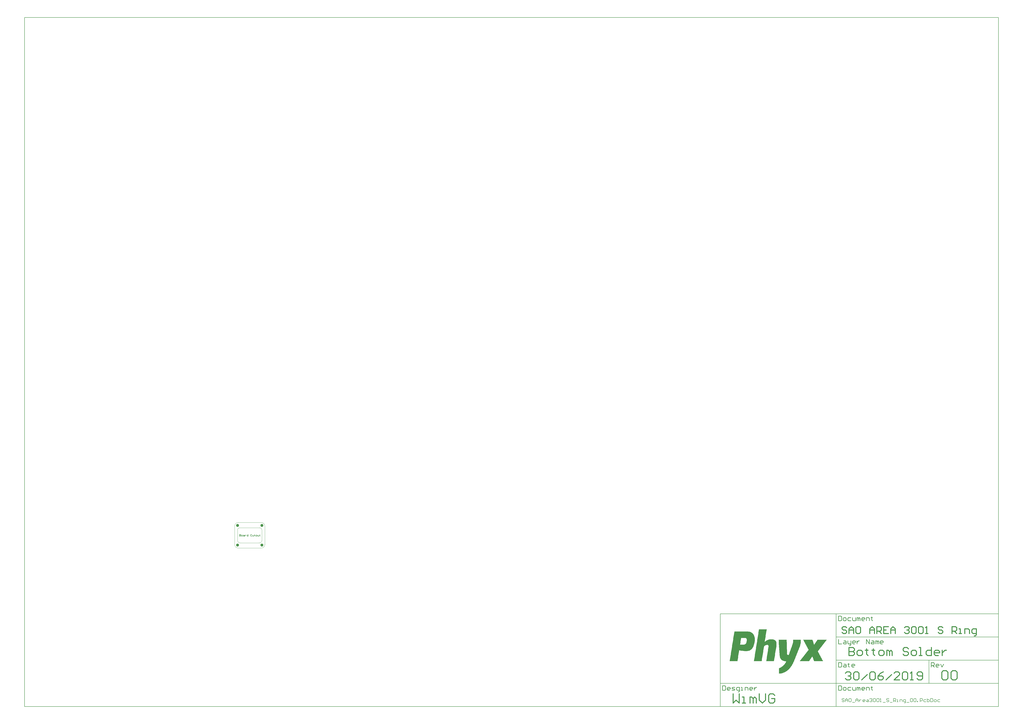
<source format=gbs>
G04*
G04 #@! TF.GenerationSoftware,Altium Limited,Altium Designer,18.1.11 (251)*
G04*
G04 Layer_Color=16711935*
%FSLAX25Y25*%
%MOIN*%
G70*
G01*
G75*
%ADD10C,0.01575*%
%ADD11C,0.00394*%
%ADD12C,0.00591*%
%ADD13C,0.00787*%
%ADD14C,0.00984*%
%ADD15C,0.05118*%
G36*
X872201Y-141778D02*
X873919D01*
Y-142065D01*
X874778D01*
Y-142351D01*
X875637D01*
Y-142637D01*
X876496D01*
Y-142924D01*
X877069D01*
Y-143210D01*
X877355D01*
Y-143496D01*
X877928D01*
Y-143783D01*
X878214D01*
Y-144069D01*
X878786D01*
Y-144355D01*
X879073D01*
Y-144641D01*
X879359D01*
Y-144928D01*
X879646D01*
Y-145214D01*
X879932D01*
Y-145501D01*
X880218D01*
Y-145787D01*
X880504D01*
Y-146073D01*
Y-146359D01*
X880791D01*
Y-146646D01*
X881077D01*
Y-146932D01*
Y-147218D01*
X881363D01*
Y-147505D01*
X881650D01*
Y-147791D01*
Y-148077D01*
X881936D01*
Y-148364D01*
Y-148650D01*
Y-148936D01*
X882222D01*
Y-149223D01*
Y-149509D01*
Y-149795D01*
X882509D01*
Y-150082D01*
Y-150368D01*
Y-150654D01*
Y-150940D01*
X882795D01*
Y-151227D01*
Y-151513D01*
Y-151799D01*
Y-152086D01*
Y-152372D01*
X883081D01*
Y-152658D01*
Y-152945D01*
Y-153231D01*
Y-153517D01*
Y-153804D01*
Y-154090D01*
Y-154376D01*
Y-154663D01*
Y-154949D01*
Y-155235D01*
Y-155521D01*
Y-155808D01*
Y-156094D01*
Y-156380D01*
Y-156667D01*
Y-156953D01*
Y-157239D01*
Y-157526D01*
Y-157812D01*
Y-158098D01*
X882795D01*
Y-158385D01*
Y-158671D01*
Y-158957D01*
Y-159244D01*
Y-159530D01*
Y-159816D01*
Y-160102D01*
X882509D01*
Y-160389D01*
Y-160675D01*
Y-160961D01*
Y-161248D01*
Y-161534D01*
X882222D01*
Y-161820D01*
Y-162107D01*
Y-162393D01*
Y-162679D01*
Y-162966D01*
X881936D01*
Y-163252D01*
Y-163538D01*
Y-163824D01*
X881650D01*
Y-164111D01*
Y-164397D01*
Y-164683D01*
Y-164970D01*
X881363D01*
Y-165256D01*
Y-165542D01*
Y-165829D01*
X881077D01*
Y-166115D01*
Y-166401D01*
X880791D01*
Y-166688D01*
Y-166974D01*
Y-167260D01*
X880504D01*
Y-167547D01*
Y-167833D01*
X880218D01*
Y-168119D01*
Y-168405D01*
X879932D01*
Y-168692D01*
Y-168978D01*
X879646D01*
Y-169264D01*
X879359D01*
Y-169551D01*
Y-169837D01*
X879073D01*
Y-170123D01*
X878786D01*
Y-170410D01*
X878500D01*
Y-170696D01*
Y-170982D01*
X878214D01*
Y-171269D01*
X877928D01*
Y-171555D01*
X877641D01*
Y-171841D01*
X877355D01*
Y-172127D01*
X877069D01*
Y-172414D01*
X876496D01*
Y-172700D01*
X876210D01*
Y-172986D01*
X875637D01*
Y-173273D01*
X875351D01*
Y-173559D01*
X874778D01*
Y-173845D01*
X873919D01*
Y-174132D01*
X873060D01*
Y-174418D01*
X872201D01*
Y-174704D01*
X870483D01*
Y-174991D01*
X865330D01*
Y-174704D01*
X862753D01*
Y-174418D01*
X860749D01*
Y-174132D01*
X859317D01*
Y-173845D01*
X857886D01*
Y-173559D01*
X856454D01*
Y-173845D01*
Y-174132D01*
Y-174418D01*
Y-174704D01*
Y-174991D01*
Y-175277D01*
Y-175563D01*
X856168D01*
Y-175850D01*
Y-176136D01*
Y-176422D01*
Y-176709D01*
Y-176995D01*
Y-177281D01*
X855882D01*
Y-177568D01*
Y-177854D01*
Y-178140D01*
Y-178426D01*
Y-178713D01*
Y-178999D01*
X855595D01*
Y-179285D01*
Y-179572D01*
Y-179858D01*
Y-180144D01*
Y-180431D01*
Y-180717D01*
Y-181003D01*
X855309D01*
Y-181290D01*
Y-181576D01*
Y-181862D01*
Y-182149D01*
Y-182435D01*
Y-182721D01*
X855023D01*
Y-183007D01*
Y-183294D01*
Y-183580D01*
Y-183866D01*
Y-184153D01*
Y-184439D01*
X854736D01*
Y-184725D01*
Y-185012D01*
Y-185298D01*
Y-185584D01*
Y-185871D01*
Y-186157D01*
Y-186443D01*
X854450D01*
Y-186730D01*
Y-187016D01*
Y-187302D01*
Y-187588D01*
Y-187875D01*
Y-188161D01*
X854164D01*
Y-188447D01*
Y-188734D01*
Y-189020D01*
Y-189306D01*
Y-189593D01*
Y-189879D01*
X853877D01*
Y-190165D01*
Y-190452D01*
Y-190738D01*
Y-191024D01*
Y-191311D01*
Y-191597D01*
Y-191883D01*
X840421D01*
Y-191597D01*
X840707D01*
Y-191311D01*
Y-191024D01*
Y-190738D01*
Y-190452D01*
Y-190165D01*
X840993D01*
Y-189879D01*
Y-189593D01*
Y-189306D01*
Y-189020D01*
Y-188734D01*
Y-188447D01*
Y-188161D01*
X841280D01*
Y-187875D01*
Y-187588D01*
Y-187302D01*
Y-187016D01*
Y-186730D01*
Y-186443D01*
X841566D01*
Y-186157D01*
Y-185871D01*
Y-185584D01*
Y-185298D01*
Y-185012D01*
Y-184725D01*
X841852D01*
Y-184439D01*
Y-184153D01*
Y-183866D01*
Y-183580D01*
Y-183294D01*
Y-183007D01*
Y-182721D01*
X842138D01*
Y-182435D01*
Y-182149D01*
Y-181862D01*
Y-181576D01*
Y-181290D01*
Y-181003D01*
X842425D01*
Y-180717D01*
Y-180431D01*
Y-180144D01*
Y-179858D01*
Y-179572D01*
Y-179285D01*
X842711D01*
Y-178999D01*
Y-178713D01*
Y-178426D01*
Y-178140D01*
Y-177854D01*
Y-177568D01*
X842997D01*
Y-177281D01*
Y-176995D01*
Y-176709D01*
Y-176422D01*
Y-176136D01*
Y-175850D01*
Y-175563D01*
X843284D01*
Y-175277D01*
Y-174991D01*
Y-174704D01*
Y-174418D01*
Y-174132D01*
Y-173845D01*
X843570D01*
Y-173559D01*
Y-173273D01*
Y-172986D01*
Y-172700D01*
Y-172414D01*
Y-172127D01*
X843856D01*
Y-171841D01*
Y-171555D01*
Y-171269D01*
Y-170982D01*
Y-170696D01*
Y-170410D01*
X844143D01*
Y-170123D01*
Y-169837D01*
Y-169551D01*
Y-169264D01*
Y-168978D01*
Y-168692D01*
Y-168405D01*
X844429D01*
Y-168119D01*
Y-167833D01*
Y-167547D01*
Y-167260D01*
Y-166974D01*
Y-166688D01*
X844715D01*
Y-166401D01*
Y-166115D01*
Y-165829D01*
Y-165542D01*
Y-165256D01*
Y-164970D01*
X845002D01*
Y-164683D01*
Y-164397D01*
Y-164111D01*
Y-163824D01*
Y-163538D01*
Y-163252D01*
Y-162966D01*
X845288D01*
Y-162679D01*
Y-162393D01*
Y-162107D01*
Y-161820D01*
Y-161534D01*
Y-161248D01*
X845574D01*
Y-160961D01*
Y-160675D01*
Y-160389D01*
Y-160102D01*
Y-159816D01*
Y-159530D01*
X845861D01*
Y-159244D01*
Y-158957D01*
Y-158671D01*
Y-158385D01*
Y-158098D01*
Y-157812D01*
X846147D01*
Y-157526D01*
Y-157239D01*
Y-156953D01*
Y-156667D01*
Y-156380D01*
Y-156094D01*
Y-155808D01*
X846433D01*
Y-155521D01*
Y-155235D01*
Y-154949D01*
Y-154663D01*
Y-154376D01*
Y-154090D01*
X846719D01*
Y-153804D01*
Y-153517D01*
Y-153231D01*
Y-152945D01*
Y-152658D01*
Y-152372D01*
X847006D01*
Y-152086D01*
Y-151799D01*
Y-151513D01*
Y-151227D01*
Y-150940D01*
Y-150654D01*
Y-150368D01*
X847292D01*
Y-150082D01*
Y-149795D01*
Y-149509D01*
Y-149223D01*
Y-148936D01*
Y-148650D01*
X847578D01*
Y-148364D01*
Y-148077D01*
Y-147791D01*
Y-147505D01*
Y-147218D01*
Y-146932D01*
X847865D01*
Y-146646D01*
Y-146359D01*
Y-146073D01*
Y-145787D01*
Y-145501D01*
Y-145214D01*
Y-144928D01*
X848151D01*
Y-144641D01*
Y-144355D01*
Y-144069D01*
Y-143783D01*
Y-143496D01*
Y-143210D01*
X848437D01*
Y-142924D01*
Y-142637D01*
Y-142351D01*
Y-142065D01*
Y-141778D01*
Y-141492D01*
X872201D01*
Y-141778D01*
D02*
G37*
G36*
X903409Y-138343D02*
Y-138629D01*
X903123D01*
Y-138915D01*
Y-139202D01*
Y-139488D01*
Y-139774D01*
Y-140060D01*
Y-140347D01*
X902837D01*
Y-140633D01*
Y-140919D01*
Y-141206D01*
Y-141492D01*
Y-141778D01*
Y-142065D01*
X902551D01*
Y-142351D01*
Y-142637D01*
Y-142924D01*
Y-143210D01*
Y-143496D01*
Y-143783D01*
Y-144069D01*
X902264D01*
Y-144355D01*
Y-144641D01*
Y-144928D01*
Y-145214D01*
Y-145501D01*
Y-145787D01*
X901978D01*
Y-146073D01*
Y-146359D01*
Y-146646D01*
Y-146932D01*
Y-147218D01*
Y-147505D01*
X901692D01*
Y-147791D01*
Y-148077D01*
Y-148364D01*
Y-148650D01*
Y-148936D01*
Y-149223D01*
Y-149509D01*
X901405D01*
Y-149795D01*
Y-150082D01*
Y-150368D01*
Y-150654D01*
Y-150940D01*
Y-151227D01*
X901119D01*
Y-151513D01*
Y-151799D01*
Y-152086D01*
Y-152372D01*
Y-152658D01*
Y-152945D01*
X900833D01*
Y-153231D01*
Y-153517D01*
Y-153804D01*
Y-154090D01*
Y-154376D01*
Y-154663D01*
X900546D01*
Y-154949D01*
Y-155235D01*
Y-155521D01*
Y-155808D01*
Y-156094D01*
Y-156380D01*
Y-156667D01*
X900260D01*
Y-156953D01*
Y-157239D01*
Y-157526D01*
Y-157812D01*
Y-158098D01*
Y-158385D01*
X899974D01*
Y-158671D01*
Y-158957D01*
X900546D01*
Y-158671D01*
X900833D01*
Y-158385D01*
X901119D01*
Y-158098D01*
X901692D01*
Y-157812D01*
X901978D01*
Y-157526D01*
X902264D01*
Y-157239D01*
X902837D01*
Y-156953D01*
X903409D01*
Y-156667D01*
X903696D01*
Y-156380D01*
X904268D01*
Y-156094D01*
X905127D01*
Y-155808D01*
X905700D01*
Y-155521D01*
X906559D01*
Y-155235D01*
X907990D01*
Y-154949D01*
X914289D01*
Y-155235D01*
X915435D01*
Y-155521D01*
X916294D01*
Y-155808D01*
X916866D01*
Y-156094D01*
X917153D01*
Y-156380D01*
X917725D01*
Y-156667D01*
X918011D01*
Y-156953D01*
X918298D01*
Y-157239D01*
X918584D01*
Y-157526D01*
X918870D01*
Y-157812D01*
Y-158098D01*
X919157D01*
Y-158385D01*
Y-158671D01*
X919443D01*
Y-158957D01*
Y-159244D01*
Y-159530D01*
X919729D01*
Y-159816D01*
Y-160102D01*
Y-160389D01*
Y-160675D01*
X920016D01*
Y-160961D01*
Y-161248D01*
Y-161534D01*
Y-161820D01*
Y-162107D01*
Y-162393D01*
Y-162679D01*
Y-162966D01*
Y-163252D01*
Y-163538D01*
Y-163824D01*
Y-164111D01*
Y-164397D01*
Y-164683D01*
Y-164970D01*
Y-165256D01*
Y-165542D01*
Y-165829D01*
X919729D01*
Y-166115D01*
Y-166401D01*
Y-166688D01*
Y-166974D01*
Y-167260D01*
Y-167547D01*
Y-167833D01*
X919443D01*
Y-168119D01*
Y-168405D01*
Y-168692D01*
Y-168978D01*
Y-169264D01*
Y-169551D01*
Y-169837D01*
X919157D01*
Y-170123D01*
Y-170410D01*
Y-170696D01*
Y-170982D01*
Y-171269D01*
Y-171555D01*
X918870D01*
Y-171841D01*
Y-172127D01*
Y-172414D01*
Y-172700D01*
Y-172986D01*
Y-173273D01*
X918584D01*
Y-173559D01*
Y-173845D01*
Y-174132D01*
Y-174418D01*
Y-174704D01*
Y-174991D01*
X918298D01*
Y-175277D01*
Y-175563D01*
Y-175850D01*
Y-176136D01*
Y-176422D01*
Y-176709D01*
Y-176995D01*
X918011D01*
Y-177281D01*
Y-177568D01*
Y-177854D01*
Y-178140D01*
Y-178426D01*
Y-178713D01*
X917725D01*
Y-178999D01*
Y-179285D01*
Y-179572D01*
Y-179858D01*
Y-180144D01*
Y-180431D01*
X917439D01*
Y-180717D01*
Y-181003D01*
Y-181290D01*
Y-181576D01*
Y-181862D01*
Y-182149D01*
Y-182435D01*
X917153D01*
Y-182721D01*
Y-183007D01*
Y-183294D01*
Y-183580D01*
Y-183866D01*
Y-184153D01*
X916866D01*
Y-184439D01*
Y-184725D01*
Y-185012D01*
Y-185298D01*
Y-185584D01*
Y-185871D01*
X916580D01*
Y-186157D01*
Y-186443D01*
Y-186730D01*
Y-187016D01*
Y-187302D01*
Y-187588D01*
X916294D01*
Y-187875D01*
Y-188161D01*
Y-188447D01*
Y-188734D01*
Y-189020D01*
Y-189306D01*
Y-189593D01*
X916007D01*
Y-189879D01*
Y-190165D01*
Y-190452D01*
Y-190738D01*
Y-191024D01*
Y-191311D01*
X915721D01*
Y-191597D01*
Y-191883D01*
X902551D01*
Y-191597D01*
Y-191311D01*
X902837D01*
Y-191024D01*
Y-190738D01*
Y-190452D01*
Y-190165D01*
Y-189879D01*
Y-189593D01*
X903123D01*
Y-189306D01*
Y-189020D01*
Y-188734D01*
Y-188447D01*
Y-188161D01*
Y-187875D01*
Y-187588D01*
X903409D01*
Y-187302D01*
Y-187016D01*
Y-186730D01*
Y-186443D01*
Y-186157D01*
Y-185871D01*
X903696D01*
Y-185584D01*
Y-185298D01*
Y-185012D01*
Y-184725D01*
Y-184439D01*
Y-184153D01*
X903982D01*
Y-183866D01*
Y-183580D01*
Y-183294D01*
Y-183007D01*
Y-182721D01*
Y-182435D01*
Y-182149D01*
X904268D01*
Y-181862D01*
Y-181576D01*
Y-181290D01*
Y-181003D01*
Y-180717D01*
Y-180431D01*
X904555D01*
Y-180144D01*
Y-179858D01*
Y-179572D01*
Y-179285D01*
Y-178999D01*
Y-178713D01*
Y-178426D01*
X904841D01*
Y-178140D01*
Y-177854D01*
Y-177568D01*
Y-177281D01*
Y-176995D01*
Y-176709D01*
X905127D01*
Y-176422D01*
Y-176136D01*
Y-175850D01*
Y-175563D01*
Y-175277D01*
Y-174991D01*
X905414D01*
Y-174704D01*
Y-174418D01*
Y-174132D01*
Y-173845D01*
Y-173559D01*
Y-173273D01*
X905700D01*
Y-172986D01*
Y-172700D01*
Y-172414D01*
Y-172127D01*
Y-171841D01*
Y-171555D01*
Y-171269D01*
X905986D01*
Y-170982D01*
Y-170696D01*
Y-170410D01*
Y-170123D01*
Y-169837D01*
Y-169551D01*
X906273D01*
Y-169264D01*
Y-168978D01*
Y-168692D01*
Y-168405D01*
Y-168119D01*
Y-167833D01*
Y-167547D01*
X906559D01*
Y-167260D01*
Y-166974D01*
Y-166688D01*
Y-166401D01*
Y-166115D01*
Y-165829D01*
X906273D01*
Y-165542D01*
Y-165256D01*
X905986D01*
Y-164970D01*
X905700D01*
Y-164683D01*
X905127D01*
Y-164397D01*
X903409D01*
Y-164683D01*
X901978D01*
Y-164970D01*
X901119D01*
Y-165256D01*
X900546D01*
Y-165542D01*
X900260D01*
Y-165829D01*
X899687D01*
Y-166115D01*
X899401D01*
Y-166401D01*
X899115D01*
Y-166688D01*
Y-166974D01*
X898828D01*
Y-167260D01*
Y-167547D01*
Y-167833D01*
X898542D01*
Y-168119D01*
Y-168405D01*
Y-168692D01*
Y-168978D01*
Y-169264D01*
Y-169551D01*
X898256D01*
Y-169837D01*
Y-170123D01*
Y-170410D01*
Y-170696D01*
Y-170982D01*
Y-171269D01*
Y-171555D01*
X897970D01*
Y-171841D01*
Y-172127D01*
Y-172414D01*
Y-172700D01*
Y-172986D01*
Y-173273D01*
X897683D01*
Y-173559D01*
Y-173845D01*
Y-174132D01*
Y-174418D01*
Y-174704D01*
Y-174991D01*
X897397D01*
Y-175277D01*
Y-175563D01*
Y-175850D01*
Y-176136D01*
Y-176422D01*
Y-176709D01*
X897111D01*
Y-176995D01*
Y-177281D01*
Y-177568D01*
Y-177854D01*
Y-178140D01*
Y-178426D01*
Y-178713D01*
X896824D01*
Y-178999D01*
Y-179285D01*
Y-179572D01*
Y-179858D01*
Y-180144D01*
Y-180431D01*
X896538D01*
Y-180717D01*
Y-181003D01*
Y-181290D01*
Y-181576D01*
Y-181862D01*
Y-182149D01*
X896252D01*
Y-182435D01*
Y-182721D01*
Y-183007D01*
Y-183294D01*
Y-183580D01*
Y-183866D01*
Y-184153D01*
X895965D01*
Y-184439D01*
Y-184725D01*
Y-185012D01*
Y-185298D01*
Y-185584D01*
Y-185871D01*
X895679D01*
Y-186157D01*
Y-186443D01*
Y-186730D01*
Y-187016D01*
Y-187302D01*
Y-187588D01*
X895393D01*
Y-187875D01*
Y-188161D01*
Y-188447D01*
Y-188734D01*
Y-189020D01*
Y-189306D01*
X895106D01*
Y-189593D01*
Y-189879D01*
Y-190165D01*
Y-190452D01*
Y-190738D01*
Y-191024D01*
Y-191311D01*
X894820D01*
Y-191597D01*
Y-191883D01*
X881650D01*
Y-191597D01*
Y-191311D01*
X881936D01*
Y-191024D01*
Y-190738D01*
Y-190452D01*
Y-190165D01*
Y-189879D01*
Y-189593D01*
Y-189306D01*
X882222D01*
Y-189020D01*
Y-188734D01*
Y-188447D01*
Y-188161D01*
Y-187875D01*
Y-187588D01*
X882509D01*
Y-187302D01*
Y-187016D01*
Y-186730D01*
Y-186443D01*
Y-186157D01*
Y-185871D01*
X882795D01*
Y-185584D01*
Y-185298D01*
Y-185012D01*
Y-184725D01*
Y-184439D01*
Y-184153D01*
Y-183866D01*
X883081D01*
Y-183580D01*
Y-183294D01*
Y-183007D01*
Y-182721D01*
Y-182435D01*
Y-182149D01*
X883368D01*
Y-181862D01*
Y-181576D01*
Y-181290D01*
Y-181003D01*
Y-180717D01*
Y-180431D01*
X883654D01*
Y-180144D01*
Y-179858D01*
Y-179572D01*
Y-179285D01*
Y-178999D01*
Y-178713D01*
X883940D01*
Y-178426D01*
Y-178140D01*
Y-177854D01*
Y-177568D01*
Y-177281D01*
Y-176995D01*
Y-176709D01*
X884227D01*
Y-176422D01*
Y-176136D01*
Y-175850D01*
Y-175563D01*
Y-175277D01*
Y-174991D01*
X884513D01*
Y-174704D01*
Y-174418D01*
Y-174132D01*
Y-173845D01*
Y-173559D01*
Y-173273D01*
X884799D01*
Y-172986D01*
Y-172700D01*
Y-172414D01*
Y-172127D01*
Y-171841D01*
Y-171555D01*
Y-171269D01*
X885085D01*
Y-170982D01*
Y-170696D01*
Y-170410D01*
Y-170123D01*
Y-169837D01*
Y-169551D01*
X885372D01*
Y-169264D01*
Y-168978D01*
Y-168692D01*
Y-168405D01*
Y-168119D01*
Y-167833D01*
X885658D01*
Y-167547D01*
Y-167260D01*
Y-166974D01*
Y-166688D01*
Y-166401D01*
Y-166115D01*
X885944D01*
Y-165829D01*
Y-165542D01*
Y-165256D01*
Y-164970D01*
Y-164683D01*
Y-164397D01*
Y-164111D01*
X886231D01*
Y-163824D01*
Y-163538D01*
Y-163252D01*
Y-162966D01*
Y-162679D01*
Y-162393D01*
X886517D01*
Y-162107D01*
Y-161820D01*
Y-161534D01*
Y-161248D01*
Y-160961D01*
Y-160675D01*
X886803D01*
Y-160389D01*
Y-160102D01*
Y-159816D01*
Y-159530D01*
Y-159244D01*
Y-158957D01*
X887090D01*
Y-158671D01*
Y-158385D01*
Y-158098D01*
Y-157812D01*
Y-157526D01*
Y-157239D01*
Y-156953D01*
X887376D01*
Y-156667D01*
Y-156380D01*
Y-156094D01*
Y-155808D01*
Y-155521D01*
Y-155235D01*
X887662D01*
Y-154949D01*
Y-154663D01*
Y-154376D01*
Y-154090D01*
Y-153804D01*
Y-153517D01*
X887949D01*
Y-153231D01*
Y-152945D01*
Y-152658D01*
Y-152372D01*
Y-152086D01*
Y-151799D01*
Y-151513D01*
X888235D01*
Y-151227D01*
Y-150940D01*
Y-150654D01*
Y-150368D01*
Y-150082D01*
Y-149795D01*
X888521D01*
Y-149509D01*
Y-149223D01*
Y-148936D01*
Y-148650D01*
Y-148364D01*
Y-148077D01*
X888807D01*
Y-147791D01*
Y-147505D01*
Y-147218D01*
Y-146932D01*
Y-146646D01*
Y-146359D01*
X889094D01*
Y-146073D01*
Y-145787D01*
Y-145501D01*
Y-145214D01*
Y-144928D01*
Y-144641D01*
Y-144355D01*
X889380D01*
Y-144069D01*
Y-143783D01*
Y-143496D01*
Y-143210D01*
Y-142924D01*
Y-142637D01*
X889666D01*
Y-142351D01*
Y-142065D01*
Y-141778D01*
Y-141492D01*
Y-141206D01*
Y-140919D01*
X889953D01*
Y-140633D01*
Y-140347D01*
Y-140060D01*
Y-139774D01*
Y-139488D01*
Y-139202D01*
Y-138915D01*
X890239D01*
Y-138629D01*
Y-138343D01*
Y-138056D01*
X903409D01*
Y-138343D01*
D02*
G37*
G36*
X1005337Y-155808D02*
X1005050D01*
Y-156094D01*
X1004764D01*
Y-156380D01*
Y-156667D01*
X1004478D01*
Y-156953D01*
X1004192D01*
Y-157239D01*
X1003905D01*
Y-157526D01*
Y-157812D01*
X1003619D01*
Y-158098D01*
X1003333D01*
Y-158385D01*
X1003046D01*
Y-158671D01*
X1002760D01*
Y-158957D01*
Y-159244D01*
X1002474D01*
Y-159530D01*
X1002187D01*
Y-159816D01*
X1001901D01*
Y-160102D01*
Y-160389D01*
X1001615D01*
Y-160675D01*
X1001328D01*
Y-160961D01*
X1001042D01*
Y-161248D01*
X1000756D01*
Y-161534D01*
Y-161820D01*
X1000469D01*
Y-162107D01*
X1000183D01*
Y-162393D01*
X999897D01*
Y-162679D01*
Y-162966D01*
X999611D01*
Y-163252D01*
X999324D01*
Y-163538D01*
X999038D01*
Y-163824D01*
Y-164111D01*
X998752D01*
Y-164397D01*
X998465D01*
Y-164683D01*
X998179D01*
Y-164970D01*
X997893D01*
Y-165256D01*
Y-165542D01*
X997606D01*
Y-165829D01*
X997320D01*
Y-166115D01*
X997034D01*
Y-166401D01*
Y-166688D01*
X996747D01*
Y-166974D01*
X996461D01*
Y-167260D01*
X996175D01*
Y-167547D01*
Y-167833D01*
X995889D01*
Y-168119D01*
X995602D01*
Y-168405D01*
X995316D01*
Y-168692D01*
X995030D01*
Y-168978D01*
Y-169264D01*
X994743D01*
Y-169551D01*
X994457D01*
Y-169837D01*
X994171D01*
Y-170123D01*
Y-170410D01*
X993884D01*
Y-170696D01*
X993598D01*
Y-170982D01*
X993312D01*
Y-171269D01*
Y-171555D01*
X993025D01*
Y-171841D01*
X992739D01*
Y-172127D01*
X992453D01*
Y-172414D01*
X992166D01*
Y-172700D01*
Y-172986D01*
X991880D01*
Y-173273D01*
X991594D01*
Y-173559D01*
X991308D01*
Y-173845D01*
Y-174132D01*
X991021D01*
Y-174418D01*
X990735D01*
Y-174704D01*
X990449D01*
Y-174991D01*
X990162D01*
Y-175277D01*
Y-175563D01*
X990449D01*
Y-175850D01*
Y-176136D01*
X990735D01*
Y-176422D01*
Y-176709D01*
X991021D01*
Y-176995D01*
X991308D01*
Y-177281D01*
Y-177568D01*
X991594D01*
Y-177854D01*
Y-178140D01*
X991880D01*
Y-178426D01*
Y-178713D01*
X992166D01*
Y-178999D01*
Y-179285D01*
X992453D01*
Y-179572D01*
Y-179858D01*
X992739D01*
Y-180144D01*
Y-180431D01*
X993025D01*
Y-180717D01*
Y-181003D01*
X993312D01*
Y-181290D01*
Y-181576D01*
X993598D01*
Y-181862D01*
X993884D01*
Y-182149D01*
Y-182435D01*
X994171D01*
Y-182721D01*
Y-183007D01*
X994457D01*
Y-183294D01*
Y-183580D01*
X994743D01*
Y-183866D01*
Y-184153D01*
X995030D01*
Y-184439D01*
Y-184725D01*
X995316D01*
Y-185012D01*
Y-185298D01*
X995602D01*
Y-185584D01*
Y-185871D01*
X995889D01*
Y-186157D01*
X996175D01*
Y-186443D01*
Y-186730D01*
X996461D01*
Y-187016D01*
Y-187302D01*
X996747D01*
Y-187588D01*
Y-187875D01*
X997034D01*
Y-188161D01*
Y-188447D01*
X997320D01*
Y-188734D01*
Y-189020D01*
X997606D01*
Y-189306D01*
Y-189593D01*
X997893D01*
Y-189879D01*
Y-190165D01*
X998179D01*
Y-190452D01*
X998465D01*
Y-190738D01*
Y-191024D01*
X998752D01*
Y-191311D01*
Y-191597D01*
X999038D01*
Y-191883D01*
X983863D01*
Y-191597D01*
X983577D01*
Y-191311D01*
Y-191024D01*
Y-190738D01*
X983291D01*
Y-190452D01*
Y-190165D01*
Y-189879D01*
X983004D01*
Y-189593D01*
Y-189306D01*
X982718D01*
Y-189020D01*
Y-188734D01*
Y-188447D01*
X982432D01*
Y-188161D01*
Y-187875D01*
Y-187588D01*
X982146D01*
Y-187302D01*
Y-187016D01*
X981859D01*
Y-186730D01*
Y-186443D01*
Y-186157D01*
X981573D01*
Y-185871D01*
Y-185584D01*
Y-185298D01*
X981287D01*
Y-185012D01*
Y-184725D01*
Y-184439D01*
X981000D01*
Y-184153D01*
X980428D01*
Y-184439D01*
Y-184725D01*
X980141D01*
Y-185012D01*
X979855D01*
Y-185298D01*
Y-185584D01*
X979569D01*
Y-185871D01*
X979282D01*
Y-186157D01*
Y-186443D01*
X978996D01*
Y-186730D01*
X978710D01*
Y-187016D01*
Y-187302D01*
X978423D01*
Y-187588D01*
X978137D01*
Y-187875D01*
X977851D01*
Y-188161D01*
Y-188447D01*
X977565D01*
Y-188734D01*
X977278D01*
Y-189020D01*
Y-189306D01*
X976992D01*
Y-189593D01*
X976705D01*
Y-189879D01*
Y-190165D01*
X976419D01*
Y-190452D01*
X976133D01*
Y-190738D01*
Y-191024D01*
X975847D01*
Y-191311D01*
X975560D01*
Y-191597D01*
Y-191883D01*
X959527D01*
Y-191597D01*
X959813D01*
Y-191311D01*
X960099D01*
Y-191024D01*
X960386D01*
Y-190738D01*
X960672D01*
Y-190452D01*
Y-190165D01*
X960958D01*
Y-189879D01*
X961245D01*
Y-189593D01*
X961531D01*
Y-189306D01*
X961817D01*
Y-189020D01*
Y-188734D01*
X962104D01*
Y-188447D01*
X962390D01*
Y-188161D01*
X962676D01*
Y-187875D01*
Y-187588D01*
X962963D01*
Y-187302D01*
X963249D01*
Y-187016D01*
X963535D01*
Y-186730D01*
X963822D01*
Y-186443D01*
Y-186157D01*
X964108D01*
Y-185871D01*
X964394D01*
Y-185584D01*
X964680D01*
Y-185298D01*
X964967D01*
Y-185012D01*
Y-184725D01*
X965253D01*
Y-184439D01*
X965539D01*
Y-184153D01*
X965826D01*
Y-183866D01*
Y-183580D01*
X966112D01*
Y-183294D01*
X966398D01*
Y-183007D01*
X966685D01*
Y-182721D01*
X966971D01*
Y-182435D01*
Y-182149D01*
X967257D01*
Y-181862D01*
X967544D01*
Y-181576D01*
X967830D01*
Y-181290D01*
Y-181003D01*
X968116D01*
Y-180717D01*
X968402D01*
Y-180431D01*
X968689D01*
Y-180144D01*
X968975D01*
Y-179858D01*
Y-179572D01*
X969261D01*
Y-179285D01*
X969548D01*
Y-178999D01*
X969834D01*
Y-178713D01*
Y-178426D01*
X970120D01*
Y-178140D01*
X970407D01*
Y-177854D01*
X970693D01*
Y-177568D01*
X970979D01*
Y-177281D01*
Y-176995D01*
X971266D01*
Y-176709D01*
X971552D01*
Y-176422D01*
X971838D01*
Y-176136D01*
X972124D01*
Y-175850D01*
Y-175563D01*
X972411D01*
Y-175277D01*
X972697D01*
Y-174991D01*
X972983D01*
Y-174704D01*
Y-174418D01*
X973270D01*
Y-174132D01*
X973556D01*
Y-173845D01*
X973842D01*
Y-173559D01*
X974129D01*
Y-173273D01*
Y-172986D01*
X974415D01*
Y-172700D01*
Y-172414D01*
Y-172127D01*
X974129D01*
Y-171841D01*
X973842D01*
Y-171555D01*
Y-171269D01*
X973556D01*
Y-170982D01*
Y-170696D01*
X973270D01*
Y-170410D01*
Y-170123D01*
X972983D01*
Y-169837D01*
Y-169551D01*
X972697D01*
Y-169264D01*
Y-168978D01*
X972411D01*
Y-168692D01*
Y-168405D01*
X972124D01*
Y-168119D01*
X971838D01*
Y-167833D01*
Y-167547D01*
X971552D01*
Y-167260D01*
Y-166974D01*
X971266D01*
Y-166688D01*
Y-166401D01*
X970979D01*
Y-166115D01*
Y-165829D01*
X970693D01*
Y-165542D01*
Y-165256D01*
X970407D01*
Y-164970D01*
Y-164683D01*
X970120D01*
Y-164397D01*
X969834D01*
Y-164111D01*
Y-163824D01*
X969548D01*
Y-163538D01*
Y-163252D01*
X969261D01*
Y-162966D01*
Y-162679D01*
X968975D01*
Y-162393D01*
Y-162107D01*
X968689D01*
Y-161820D01*
Y-161534D01*
X968402D01*
Y-161248D01*
Y-160961D01*
X968116D01*
Y-160675D01*
Y-160389D01*
X967830D01*
Y-160102D01*
X967544D01*
Y-159816D01*
Y-159530D01*
X967257D01*
Y-159244D01*
Y-158957D01*
X966971D01*
Y-158671D01*
Y-158385D01*
X966685D01*
Y-158098D01*
Y-157812D01*
X966398D01*
Y-157526D01*
Y-157239D01*
X966112D01*
Y-156953D01*
Y-156667D01*
X965826D01*
Y-156380D01*
X965539D01*
Y-156094D01*
Y-155808D01*
X965253D01*
Y-155521D01*
X981000D01*
Y-155808D01*
X981287D01*
Y-156094D01*
Y-156380D01*
Y-156667D01*
X981573D01*
Y-156953D01*
Y-157239D01*
Y-157526D01*
X981859D01*
Y-157812D01*
Y-158098D01*
Y-158385D01*
X982146D01*
Y-158671D01*
Y-158957D01*
Y-159244D01*
X982432D01*
Y-159530D01*
Y-159816D01*
Y-160102D01*
X982718D01*
Y-160389D01*
Y-160675D01*
Y-160961D01*
X983004D01*
Y-161248D01*
Y-161534D01*
Y-161820D01*
X983291D01*
Y-162107D01*
Y-162393D01*
Y-162679D01*
X983577D01*
Y-162966D01*
Y-163252D01*
Y-163538D01*
Y-163824D01*
X984150D01*
Y-163538D01*
X984436D01*
Y-163252D01*
X984722D01*
Y-162966D01*
Y-162679D01*
X985009D01*
Y-162393D01*
X985295D01*
Y-162107D01*
Y-161820D01*
X985581D01*
Y-161534D01*
X985868D01*
Y-161248D01*
Y-160961D01*
X986154D01*
Y-160675D01*
X986440D01*
Y-160389D01*
Y-160102D01*
X986726D01*
Y-159816D01*
X987013D01*
Y-159530D01*
Y-159244D01*
X987299D01*
Y-158957D01*
X987585D01*
Y-158671D01*
Y-158385D01*
X987872D01*
Y-158098D01*
X988158D01*
Y-157812D01*
Y-157526D01*
X988444D01*
Y-157239D01*
X988731D01*
Y-156953D01*
Y-156667D01*
X989017D01*
Y-156380D01*
X989303D01*
Y-156094D01*
Y-155808D01*
X989590D01*
Y-155521D01*
X1005337D01*
Y-155808D01*
D02*
G37*
G36*
X961245D02*
Y-156094D01*
Y-156380D01*
Y-156667D01*
Y-156953D01*
Y-157239D01*
Y-157526D01*
Y-157812D01*
Y-158098D01*
Y-158385D01*
Y-158671D01*
Y-158957D01*
Y-159244D01*
Y-159530D01*
Y-159816D01*
Y-160102D01*
Y-160389D01*
Y-160675D01*
Y-160961D01*
Y-161248D01*
Y-161534D01*
X960958D01*
Y-161820D01*
Y-162107D01*
Y-162393D01*
Y-162679D01*
Y-162966D01*
X960672D01*
Y-163252D01*
Y-163538D01*
Y-163824D01*
Y-164111D01*
X960386D01*
Y-164397D01*
Y-164683D01*
Y-164970D01*
Y-165256D01*
X960099D01*
Y-165542D01*
Y-165829D01*
Y-166115D01*
X959813D01*
Y-166401D01*
Y-166688D01*
Y-166974D01*
X959527D01*
Y-167260D01*
Y-167547D01*
Y-167833D01*
X959241D01*
Y-168119D01*
Y-168405D01*
Y-168692D01*
X958954D01*
Y-168978D01*
Y-169264D01*
X958668D01*
Y-169551D01*
Y-169837D01*
X958381D01*
Y-170123D01*
Y-170410D01*
Y-170696D01*
X958095D01*
Y-170982D01*
Y-171269D01*
X957809D01*
Y-171555D01*
Y-171841D01*
Y-172127D01*
X957523D01*
Y-172414D01*
Y-172700D01*
X957236D01*
Y-172986D01*
Y-173273D01*
Y-173559D01*
X956950D01*
Y-173845D01*
Y-174132D01*
X956664D01*
Y-174418D01*
Y-174704D01*
Y-174991D01*
X956377D01*
Y-175277D01*
Y-175563D01*
X956091D01*
Y-175850D01*
Y-176136D01*
Y-176422D01*
X955805D01*
Y-176709D01*
Y-176995D01*
X955518D01*
Y-177281D01*
Y-177568D01*
Y-177854D01*
X955232D01*
Y-178140D01*
Y-178426D01*
X954946D01*
Y-178713D01*
Y-178999D01*
Y-179285D01*
X954659D01*
Y-179572D01*
Y-179858D01*
X954373D01*
Y-180144D01*
Y-180431D01*
Y-180717D01*
X954087D01*
Y-181003D01*
Y-181290D01*
X953800D01*
Y-181576D01*
Y-181862D01*
Y-182149D01*
X953514D01*
Y-182435D01*
Y-182721D01*
X953228D01*
Y-183007D01*
Y-183294D01*
Y-183580D01*
X952942D01*
Y-183866D01*
Y-184153D01*
X952655D01*
Y-184439D01*
Y-184725D01*
Y-185012D01*
X952369D01*
Y-185298D01*
Y-185584D01*
X952083D01*
Y-185871D01*
Y-186157D01*
Y-186443D01*
X951796D01*
Y-186730D01*
Y-187016D01*
X951510D01*
Y-187302D01*
Y-187588D01*
Y-187875D01*
X951224D01*
Y-188161D01*
Y-188447D01*
X950937D01*
Y-188734D01*
Y-189020D01*
Y-189306D01*
X950651D01*
Y-189593D01*
Y-189879D01*
X950365D01*
Y-190165D01*
Y-190452D01*
Y-190738D01*
X950078D01*
Y-191024D01*
Y-191311D01*
X949792D01*
Y-191597D01*
Y-191883D01*
Y-192169D01*
X949506D01*
Y-192456D01*
Y-192742D01*
X949220D01*
Y-193028D01*
Y-193315D01*
X948933D01*
Y-193601D01*
Y-193887D01*
X948647D01*
Y-194174D01*
Y-194460D01*
Y-194746D01*
X948361D01*
Y-195033D01*
X948074D01*
Y-195319D01*
Y-195605D01*
Y-195891D01*
X947788D01*
Y-196178D01*
X947502D01*
Y-196464D01*
Y-196750D01*
X947215D01*
Y-197037D01*
Y-197323D01*
X946929D01*
Y-197609D01*
Y-197896D01*
X946643D01*
Y-198182D01*
Y-198468D01*
X946356D01*
Y-198755D01*
X946070D01*
Y-199041D01*
Y-199327D01*
X945784D01*
Y-199614D01*
Y-199900D01*
X945497D01*
Y-200186D01*
X945211D01*
Y-200472D01*
X944925D01*
Y-200759D01*
Y-201045D01*
X944639D01*
Y-201331D01*
X944352D01*
Y-201618D01*
Y-201904D01*
X944066D01*
Y-202190D01*
X943780D01*
Y-202477D01*
X943493D01*
Y-202763D01*
Y-203049D01*
X943207D01*
Y-203336D01*
X942921D01*
Y-203622D01*
X942634D01*
Y-203908D01*
X942348D01*
Y-204195D01*
X942062D01*
Y-204481D01*
Y-204767D01*
X941775D01*
Y-205053D01*
X941489D01*
Y-205340D01*
X941203D01*
Y-205626D01*
X940916D01*
Y-205912D01*
X940630D01*
Y-206199D01*
X940344D01*
Y-206485D01*
X940057D01*
Y-206771D01*
X939485D01*
Y-207058D01*
X939199D01*
Y-207344D01*
X938912D01*
Y-207630D01*
X938626D01*
Y-207917D01*
X938340D01*
Y-208203D01*
X937767D01*
Y-208489D01*
X937481D01*
Y-208776D01*
X936908D01*
Y-209062D01*
X936622D01*
Y-209348D01*
X936049D01*
Y-209634D01*
X935763D01*
Y-209921D01*
X935190D01*
Y-210207D01*
X934618D01*
Y-210493D01*
X934045D01*
Y-210780D01*
X933472D01*
Y-211066D01*
X932900D01*
Y-211352D01*
X932041D01*
Y-211639D01*
X931468D01*
Y-211925D01*
X930609D01*
Y-212211D01*
X929464D01*
Y-212498D01*
X928319D01*
Y-212784D01*
X926601D01*
Y-213070D01*
X924597D01*
Y-213357D01*
X924310D01*
Y-213070D01*
Y-212784D01*
Y-212498D01*
Y-212211D01*
Y-211925D01*
Y-211639D01*
Y-211352D01*
Y-211066D01*
Y-210780D01*
Y-210493D01*
Y-210207D01*
Y-209921D01*
Y-209634D01*
Y-209348D01*
Y-209062D01*
Y-208776D01*
Y-208489D01*
Y-208203D01*
Y-207917D01*
Y-207630D01*
Y-207344D01*
Y-207058D01*
Y-206771D01*
Y-206485D01*
Y-206199D01*
Y-205912D01*
Y-205626D01*
Y-205340D01*
Y-205053D01*
Y-204767D01*
Y-204481D01*
Y-204195D01*
Y-203908D01*
X924883D01*
Y-203622D01*
X925455D01*
Y-203336D01*
X926028D01*
Y-203049D01*
X926601D01*
Y-202763D01*
X927173D01*
Y-202477D01*
X927746D01*
Y-202190D01*
X928032D01*
Y-201904D01*
X928605D01*
Y-201618D01*
X928891D01*
Y-201331D01*
X929464D01*
Y-201045D01*
X929750D01*
Y-200759D01*
X930037D01*
Y-200472D01*
X930609D01*
Y-200186D01*
X930896D01*
Y-199900D01*
X931182D01*
Y-199614D01*
X931468D01*
Y-199327D01*
X931754D01*
Y-199041D01*
X932041D01*
Y-198755D01*
X932327D01*
Y-198468D01*
X932613D01*
Y-198182D01*
X932900D01*
Y-197896D01*
X933186D01*
Y-197609D01*
X933472D01*
Y-197323D01*
X933759D01*
Y-197037D01*
Y-196750D01*
X934045D01*
Y-196464D01*
X934331D01*
Y-196178D01*
X934618D01*
Y-195891D01*
Y-195605D01*
X934904D01*
Y-195319D01*
X935190D01*
Y-195033D01*
Y-194746D01*
X935476D01*
Y-194460D01*
Y-194174D01*
X935763D01*
Y-193887D01*
X936049D01*
Y-193601D01*
Y-193315D01*
X936335D01*
Y-193028D01*
Y-192742D01*
X936622D01*
Y-192456D01*
Y-192169D01*
X934904D01*
Y-191883D01*
X932900D01*
Y-191597D01*
X931754D01*
Y-191311D01*
X931182D01*
Y-191024D01*
X930323D01*
Y-190738D01*
X929750D01*
Y-190452D01*
X929464D01*
Y-190165D01*
X928891D01*
Y-189879D01*
X928605D01*
Y-189593D01*
X928319D01*
Y-189306D01*
X928032D01*
Y-189020D01*
X927746D01*
Y-188734D01*
X927460D01*
Y-188447D01*
Y-188161D01*
X927173D01*
Y-187875D01*
X926887D01*
Y-187588D01*
Y-187302D01*
X926601D01*
Y-187016D01*
Y-186730D01*
X926315D01*
Y-186443D01*
Y-186157D01*
X926028D01*
Y-185871D01*
Y-185584D01*
Y-185298D01*
X925742D01*
Y-185012D01*
Y-184725D01*
Y-184439D01*
Y-184153D01*
X925455D01*
Y-183866D01*
Y-183580D01*
Y-183294D01*
Y-183007D01*
Y-182721D01*
Y-182435D01*
Y-182149D01*
X925169D01*
Y-181862D01*
Y-181576D01*
Y-181290D01*
Y-181003D01*
Y-180717D01*
Y-180431D01*
Y-180144D01*
Y-179858D01*
Y-179572D01*
Y-179285D01*
Y-178999D01*
Y-178713D01*
Y-178426D01*
Y-178140D01*
Y-177854D01*
X924883D01*
Y-177568D01*
Y-177281D01*
Y-176995D01*
Y-176709D01*
Y-176422D01*
Y-176136D01*
Y-175850D01*
Y-175563D01*
Y-175277D01*
Y-174991D01*
Y-174704D01*
Y-174418D01*
Y-174132D01*
Y-173845D01*
Y-173559D01*
X924597D01*
Y-173273D01*
Y-172986D01*
Y-172700D01*
Y-172414D01*
Y-172127D01*
Y-171841D01*
Y-171555D01*
Y-171269D01*
Y-170982D01*
Y-170696D01*
Y-170410D01*
Y-170123D01*
Y-169837D01*
Y-169551D01*
Y-169264D01*
Y-168978D01*
X924310D01*
Y-168692D01*
Y-168405D01*
Y-168119D01*
Y-167833D01*
Y-167547D01*
Y-167260D01*
Y-166974D01*
Y-166688D01*
Y-166401D01*
Y-166115D01*
Y-165829D01*
Y-165542D01*
Y-165256D01*
Y-164970D01*
Y-164683D01*
Y-164397D01*
X924024D01*
Y-164111D01*
Y-163824D01*
Y-163538D01*
Y-163252D01*
Y-162966D01*
Y-162679D01*
Y-162393D01*
Y-162107D01*
Y-161820D01*
Y-161534D01*
Y-161248D01*
Y-160961D01*
Y-160675D01*
Y-160389D01*
X923738D01*
Y-160102D01*
Y-159816D01*
Y-159530D01*
Y-159244D01*
Y-158957D01*
Y-158671D01*
Y-158385D01*
Y-158098D01*
Y-157812D01*
Y-157526D01*
Y-157239D01*
Y-156953D01*
Y-156667D01*
Y-156380D01*
Y-156094D01*
Y-155808D01*
X923451D01*
Y-155521D01*
X937194D01*
Y-155808D01*
Y-156094D01*
Y-156380D01*
Y-156667D01*
Y-156953D01*
Y-157239D01*
Y-157526D01*
Y-157812D01*
Y-158098D01*
Y-158385D01*
Y-158671D01*
Y-158957D01*
Y-159244D01*
Y-159530D01*
X937481D01*
Y-159816D01*
Y-160102D01*
Y-160389D01*
Y-160675D01*
Y-160961D01*
Y-161248D01*
Y-161534D01*
Y-161820D01*
Y-162107D01*
Y-162393D01*
Y-162679D01*
Y-162966D01*
Y-163252D01*
Y-163538D01*
Y-163824D01*
Y-164111D01*
Y-164397D01*
Y-164683D01*
Y-164970D01*
Y-165256D01*
Y-165542D01*
Y-165829D01*
Y-166115D01*
Y-166401D01*
Y-166688D01*
Y-166974D01*
Y-167260D01*
Y-167547D01*
Y-167833D01*
Y-168119D01*
Y-168405D01*
Y-168692D01*
Y-168978D01*
Y-169264D01*
Y-169551D01*
Y-169837D01*
Y-170123D01*
Y-170410D01*
Y-170696D01*
Y-170982D01*
Y-171269D01*
X937767D01*
Y-171555D01*
X937481D01*
Y-171841D01*
Y-172127D01*
X937767D01*
Y-172414D01*
Y-172700D01*
Y-172986D01*
Y-173273D01*
Y-173559D01*
Y-173845D01*
Y-174132D01*
Y-174418D01*
Y-174704D01*
Y-174991D01*
Y-175277D01*
Y-175563D01*
Y-175850D01*
Y-176136D01*
Y-176422D01*
Y-176709D01*
Y-176995D01*
Y-177281D01*
Y-177568D01*
Y-177854D01*
Y-178140D01*
Y-178426D01*
Y-178713D01*
Y-178999D01*
Y-179285D01*
Y-179572D01*
X938053D01*
Y-179858D01*
Y-180144D01*
Y-180431D01*
X938340D01*
Y-180717D01*
X938626D01*
Y-181003D01*
X938912D01*
Y-181290D01*
X939771D01*
Y-181576D01*
X940630D01*
Y-181290D01*
X940916D01*
Y-181003D01*
Y-180717D01*
Y-180431D01*
X941203D01*
Y-180144D01*
Y-179858D01*
X941489D01*
Y-179572D01*
Y-179285D01*
Y-178999D01*
X941775D01*
Y-178713D01*
Y-178426D01*
Y-178140D01*
X942062D01*
Y-177854D01*
Y-177568D01*
Y-177281D01*
X942348D01*
Y-176995D01*
Y-176709D01*
Y-176422D01*
X942634D01*
Y-176136D01*
Y-175850D01*
X942921D01*
Y-175563D01*
Y-175277D01*
Y-174991D01*
X943207D01*
Y-174704D01*
Y-174418D01*
Y-174132D01*
X943493D01*
Y-173845D01*
Y-173559D01*
Y-173273D01*
X943780D01*
Y-172986D01*
Y-172700D01*
X944066D01*
Y-172414D01*
Y-172127D01*
Y-171841D01*
X944352D01*
Y-171555D01*
Y-171269D01*
Y-170982D01*
X944639D01*
Y-170696D01*
Y-170410D01*
Y-170123D01*
X944925D01*
Y-169837D01*
Y-169551D01*
X945211D01*
Y-169264D01*
Y-168978D01*
Y-168692D01*
X945497D01*
Y-168405D01*
Y-168119D01*
Y-167833D01*
X945784D01*
Y-167547D01*
Y-167260D01*
Y-166974D01*
X946070D01*
Y-166688D01*
Y-166401D01*
X946356D01*
Y-166115D01*
Y-165829D01*
Y-165542D01*
X946643D01*
Y-165256D01*
Y-164970D01*
Y-164683D01*
X946929D01*
Y-164397D01*
Y-164111D01*
Y-163824D01*
X947215D01*
Y-163538D01*
Y-163252D01*
Y-162966D01*
Y-162679D01*
X947502D01*
Y-162393D01*
Y-162107D01*
Y-161820D01*
Y-161534D01*
X947788D01*
Y-161248D01*
Y-160961D01*
Y-160675D01*
Y-160389D01*
Y-160102D01*
X948074D01*
Y-159816D01*
Y-159530D01*
Y-159244D01*
Y-158957D01*
Y-158671D01*
Y-158385D01*
X948361D01*
Y-158098D01*
Y-157812D01*
Y-157526D01*
Y-157239D01*
Y-156953D01*
Y-156667D01*
Y-156380D01*
Y-156094D01*
Y-155808D01*
Y-155521D01*
X961245D01*
Y-155808D01*
D02*
G37*
%LPC*%
G36*
X867907Y-152658D02*
X859890D01*
Y-152945D01*
Y-153231D01*
Y-153517D01*
Y-153804D01*
Y-154090D01*
X859604D01*
Y-154376D01*
Y-154663D01*
Y-154949D01*
Y-155235D01*
Y-155521D01*
Y-155808D01*
X859317D01*
Y-156094D01*
Y-156380D01*
Y-156667D01*
Y-156953D01*
Y-157239D01*
Y-157526D01*
X859031D01*
Y-157812D01*
Y-158098D01*
Y-158385D01*
Y-158671D01*
Y-158957D01*
Y-159244D01*
X858745D01*
Y-159530D01*
Y-159816D01*
Y-160102D01*
Y-160389D01*
Y-160675D01*
Y-160961D01*
Y-161248D01*
X858458D01*
Y-161534D01*
Y-161820D01*
Y-162107D01*
Y-162393D01*
Y-162679D01*
Y-162966D01*
X858172D01*
Y-163252D01*
Y-163538D01*
Y-163824D01*
X865330D01*
Y-163538D01*
X866475D01*
Y-163252D01*
X867048D01*
Y-162966D01*
X867334D01*
Y-162679D01*
X867620D01*
Y-162393D01*
X867907D01*
Y-162107D01*
X868193D01*
Y-161820D01*
Y-161534D01*
X868479D01*
Y-161248D01*
Y-160961D01*
X868766D01*
Y-160675D01*
Y-160389D01*
X869052D01*
Y-160102D01*
Y-159816D01*
Y-159530D01*
Y-159244D01*
X869338D01*
Y-158957D01*
Y-158671D01*
Y-158385D01*
Y-158098D01*
Y-157812D01*
X869625D01*
Y-157526D01*
Y-157239D01*
Y-156953D01*
Y-156667D01*
Y-156380D01*
Y-156094D01*
Y-155808D01*
Y-155521D01*
Y-155235D01*
Y-154949D01*
Y-154663D01*
X869338D01*
Y-154376D01*
Y-154090D01*
X869052D01*
Y-153804D01*
Y-153517D01*
X868766D01*
Y-153231D01*
X868479D01*
Y-152945D01*
X867907D01*
Y-152658D01*
D02*
G37*
%LPD*%
D10*
X1042921Y-168552D02*
Y-182327D01*
X1049809D01*
X1052104Y-180031D01*
Y-177735D01*
X1049809Y-175439D01*
X1042921D01*
X1049809D01*
X1052104Y-173144D01*
Y-170848D01*
X1049809Y-168552D01*
X1042921D01*
X1058992Y-182327D02*
X1063584D01*
X1065879Y-180031D01*
Y-175439D01*
X1063584Y-173144D01*
X1058992D01*
X1056696Y-175439D01*
Y-180031D01*
X1058992Y-182327D01*
X1072767Y-170848D02*
Y-173144D01*
X1070471D01*
X1075063D01*
X1072767D01*
Y-180031D01*
X1075063Y-182327D01*
X1084246Y-170848D02*
Y-173144D01*
X1081950D01*
X1086542D01*
X1084246D01*
Y-180031D01*
X1086542Y-182327D01*
X1095725D02*
X1100317D01*
X1102613Y-180031D01*
Y-175439D01*
X1100317Y-173144D01*
X1095725D01*
X1093430Y-175439D01*
Y-180031D01*
X1095725Y-182327D01*
X1107205D02*
Y-173144D01*
X1109501D01*
X1111796Y-175439D01*
Y-182327D01*
Y-175439D01*
X1114092Y-173144D01*
X1116388Y-175439D01*
Y-182327D01*
X1143938Y-170848D02*
X1141642Y-168552D01*
X1137051D01*
X1134755Y-170848D01*
Y-173144D01*
X1137051Y-175439D01*
X1141642D01*
X1143938Y-177735D01*
Y-180031D01*
X1141642Y-182327D01*
X1137051D01*
X1134755Y-180031D01*
X1150826Y-182327D02*
X1155417D01*
X1157713Y-180031D01*
Y-175439D01*
X1155417Y-173144D01*
X1150826D01*
X1148530Y-175439D01*
Y-180031D01*
X1150826Y-182327D01*
X1162305D02*
X1166897D01*
X1164601D01*
Y-168552D01*
X1162305D01*
X1182968D02*
Y-182327D01*
X1176080D01*
X1173784Y-180031D01*
Y-175439D01*
X1176080Y-173144D01*
X1182968D01*
X1194447Y-182327D02*
X1189855D01*
X1187559Y-180031D01*
Y-175439D01*
X1189855Y-173144D01*
X1194447D01*
X1196743Y-175439D01*
Y-177735D01*
X1187559D01*
X1201334Y-173144D02*
Y-182327D01*
Y-177735D01*
X1203630Y-175439D01*
X1205926Y-173144D01*
X1208222D01*
X846071Y-247293D02*
Y-263036D01*
X851318Y-257788D01*
X856566Y-263036D01*
Y-247293D01*
X861814Y-263036D02*
X867061D01*
X864437D01*
Y-252540D01*
X861814D01*
X874933Y-263036D02*
Y-252540D01*
X877556D01*
X880180Y-255164D01*
Y-263036D01*
Y-255164D01*
X882804Y-252540D01*
X885428Y-255164D01*
Y-263036D01*
X890676Y-247293D02*
Y-257788D01*
X895923Y-263036D01*
X901171Y-257788D01*
Y-247293D01*
X916914Y-249917D02*
X914290Y-247293D01*
X909042D01*
X906419Y-249917D01*
Y-260412D01*
X909042Y-263036D01*
X914290D01*
X916914Y-260412D01*
Y-255164D01*
X911666D01*
X1200401Y-210546D02*
X1203025Y-207923D01*
X1208273D01*
X1210897Y-210546D01*
Y-221042D01*
X1208273Y-223665D01*
X1203025D01*
X1200401Y-221042D01*
Y-210546D01*
X1216144D02*
X1218768Y-207923D01*
X1224016D01*
X1226639Y-210546D01*
Y-221042D01*
X1224016Y-223665D01*
X1218768D01*
X1216144Y-221042D01*
Y-210546D01*
X1037015Y-212186D02*
X1039311Y-209890D01*
X1043903D01*
X1046199Y-212186D01*
Y-214482D01*
X1043903Y-216778D01*
X1041607D01*
X1043903D01*
X1046199Y-219074D01*
Y-221370D01*
X1043903Y-223665D01*
X1039311D01*
X1037015Y-221370D01*
X1050791Y-212186D02*
X1053086Y-209890D01*
X1057678D01*
X1059974Y-212186D01*
Y-221370D01*
X1057678Y-223665D01*
X1053086D01*
X1050791Y-221370D01*
Y-212186D01*
X1064566Y-223665D02*
X1073749Y-214482D01*
X1078341Y-212186D02*
X1080637Y-209890D01*
X1085228D01*
X1087524Y-212186D01*
Y-221370D01*
X1085228Y-223665D01*
X1080637D01*
X1078341Y-221370D01*
Y-212186D01*
X1101299Y-209890D02*
X1096707Y-212186D01*
X1092116Y-216778D01*
Y-221370D01*
X1094412Y-223665D01*
X1099003D01*
X1101299Y-221370D01*
Y-219074D01*
X1099003Y-216778D01*
X1092116D01*
X1105891Y-223665D02*
X1115074Y-214482D01*
X1128849Y-223665D02*
X1119666D01*
X1128849Y-214482D01*
Y-212186D01*
X1126553Y-209890D01*
X1121962D01*
X1119666Y-212186D01*
X1133441D02*
X1135737Y-209890D01*
X1140329D01*
X1142624Y-212186D01*
Y-221370D01*
X1140329Y-223665D01*
X1135737D01*
X1133441Y-221370D01*
Y-212186D01*
X1147216Y-223665D02*
X1151808D01*
X1149512D01*
Y-209890D01*
X1147216Y-212186D01*
X1158695Y-221370D02*
X1160991Y-223665D01*
X1165583D01*
X1167879Y-221370D01*
Y-212186D01*
X1165583Y-209890D01*
X1160991D01*
X1158695Y-212186D01*
Y-214482D01*
X1160991Y-216778D01*
X1167879D01*
X1038981Y-135086D02*
X1037014Y-133118D01*
X1033078D01*
X1031110Y-135086D01*
Y-137054D01*
X1033078Y-139022D01*
X1037014D01*
X1038981Y-140990D01*
Y-142957D01*
X1037014Y-144925D01*
X1033078D01*
X1031110Y-142957D01*
X1042917Y-144925D02*
Y-137054D01*
X1046853Y-133118D01*
X1050789Y-137054D01*
Y-144925D01*
Y-139022D01*
X1042917D01*
X1060628Y-133118D02*
X1056692D01*
X1054724Y-135086D01*
Y-142957D01*
X1056692Y-144925D01*
X1060628D01*
X1062596Y-142957D01*
Y-135086D01*
X1060628Y-133118D01*
X1078339Y-144925D02*
Y-137054D01*
X1082275Y-133118D01*
X1086210Y-137054D01*
Y-144925D01*
Y-139022D01*
X1078339D01*
X1090146Y-144925D02*
Y-133118D01*
X1096049D01*
X1098017Y-135086D01*
Y-139022D01*
X1096049Y-140990D01*
X1090146D01*
X1094082D02*
X1098017Y-144925D01*
X1109825Y-133118D02*
X1101953D01*
Y-144925D01*
X1109825D01*
X1101953Y-139022D02*
X1105889D01*
X1113760Y-144925D02*
Y-137054D01*
X1117696Y-133118D01*
X1121632Y-137054D01*
Y-144925D01*
Y-139022D01*
X1113760D01*
X1137375Y-135086D02*
X1139343Y-133118D01*
X1143278D01*
X1145246Y-135086D01*
Y-137054D01*
X1143278Y-139022D01*
X1141310D01*
X1143278D01*
X1145246Y-140990D01*
Y-142957D01*
X1143278Y-144925D01*
X1139343D01*
X1137375Y-142957D01*
X1149182Y-135086D02*
X1151150Y-133118D01*
X1155085D01*
X1157053Y-135086D01*
Y-142957D01*
X1155085Y-144925D01*
X1151150D01*
X1149182Y-142957D01*
Y-135086D01*
X1160989D02*
X1162957Y-133118D01*
X1166893D01*
X1168861Y-135086D01*
Y-142957D01*
X1166893Y-144925D01*
X1162957D01*
X1160989Y-142957D01*
Y-135086D01*
X1172796Y-144925D02*
X1176732D01*
X1174764D01*
Y-133118D01*
X1172796Y-135086D01*
X1202314D02*
X1200346Y-133118D01*
X1196411D01*
X1194443Y-135086D01*
Y-137054D01*
X1196411Y-139022D01*
X1200346D01*
X1202314Y-140990D01*
Y-142957D01*
X1200346Y-144925D01*
X1196411D01*
X1194443Y-142957D01*
X1218057Y-144925D02*
Y-133118D01*
X1223961D01*
X1225929Y-135086D01*
Y-139022D01*
X1223961Y-140990D01*
X1218057D01*
X1221993D02*
X1225929Y-144925D01*
X1229865D02*
X1233800D01*
X1231832D01*
Y-137054D01*
X1229865D01*
X1239704Y-144925D02*
Y-137054D01*
X1245607D01*
X1247575Y-139022D01*
Y-144925D01*
X1255447Y-148861D02*
X1257415D01*
X1259383Y-146893D01*
Y-137054D01*
X1253479D01*
X1251511Y-139022D01*
Y-142957D01*
X1253479Y-144925D01*
X1259383D01*
D11*
X46260Y30512D02*
G03*
X42323Y34449I-3937J0D01*
G01*
Y8858D02*
G03*
X46260Y12795I0J3937D01*
G01*
X4921D02*
G03*
X8858Y8858I3937J0D01*
G01*
Y34449D02*
G03*
X4921Y30512I0J-3937D01*
G01*
X0Y5906D02*
G03*
X5906Y0I5906J0D01*
G01*
X51181Y37402D02*
G03*
X45276Y43307I-5906J0D01*
G01*
Y0D02*
G03*
X51181Y5906I0J5906D01*
G01*
X5906Y43307D02*
G03*
X0Y37402I0J-5906D01*
G01*
X8858Y8858D02*
X42323D01*
X46260Y12795D02*
Y30512D01*
X8858Y34449D02*
X42323D01*
X4921Y12795D02*
Y30512D01*
X0Y5906D02*
Y37402D01*
X51181Y5906D02*
Y37402D01*
X5906Y0D02*
X45276D01*
X5906Y43307D02*
X45276D01*
D12*
X8169Y23227D02*
Y20079D01*
X9744D01*
X10268Y20604D01*
Y21128D01*
X9744Y21653D01*
X8169D01*
X9744D01*
X10268Y22178D01*
Y22703D01*
X9744Y23227D01*
X8169D01*
X11843Y20079D02*
X12892D01*
X13417Y20604D01*
Y21653D01*
X12892Y22178D01*
X11843D01*
X11318Y21653D01*
Y20604D01*
X11843Y20079D01*
X14991Y22178D02*
X16041D01*
X16566Y21653D01*
Y20079D01*
X14991D01*
X14467Y20604D01*
X14991Y21128D01*
X16566D01*
X17615Y22178D02*
Y20079D01*
Y21128D01*
X18140Y21653D01*
X18665Y22178D01*
X19189D01*
X22863Y23227D02*
Y20079D01*
X21288D01*
X20764Y20604D01*
Y21653D01*
X21288Y22178D01*
X22863D01*
X29160Y22703D02*
X28635Y23227D01*
X27586D01*
X27061Y22703D01*
Y20604D01*
X27586Y20079D01*
X28635D01*
X29160Y20604D01*
X30209Y22178D02*
Y20604D01*
X30734Y20079D01*
X32309D01*
Y22178D01*
X33883Y22703D02*
Y22178D01*
X33358D01*
X34407D01*
X33883D01*
Y20604D01*
X34407Y20079D01*
X36507D02*
X37556D01*
X38081Y20604D01*
Y21653D01*
X37556Y22178D01*
X36507D01*
X35982Y21653D01*
Y20604D01*
X36507Y20079D01*
X39130Y22178D02*
Y20604D01*
X39655Y20079D01*
X41230D01*
Y22178D01*
X42804Y22703D02*
Y22178D01*
X42279D01*
X43329D01*
X42804D01*
Y20604D01*
X43329Y20079D01*
D13*
X1178748Y-229571D02*
Y-190201D01*
X1021267Y-150831D02*
X1296858D01*
X1021267Y-190201D02*
X1296858D01*
X824417Y-229571D02*
X1296858D01*
X824417Y-111461D02*
X1296858D01*
X824417Y-268941D02*
Y-111461D01*
X1021267Y-268941D02*
Y-111461D01*
X-356685Y900350D02*
X1296858D01*
Y-268941D02*
Y900350D01*
X-356685Y-268941D02*
Y900350D01*
Y-268941D02*
X1296858D01*
X1035046Y-256147D02*
X1034062Y-255164D01*
X1032094D01*
X1031110Y-256147D01*
Y-257131D01*
X1032094Y-258115D01*
X1034062D01*
X1035046Y-259099D01*
Y-260083D01*
X1034062Y-261067D01*
X1032094D01*
X1031110Y-260083D01*
X1037014Y-261067D02*
Y-257131D01*
X1038981Y-255164D01*
X1040949Y-257131D01*
Y-261067D01*
Y-258115D01*
X1037014D01*
X1045869Y-255164D02*
X1043901D01*
X1042917Y-256147D01*
Y-260083D01*
X1043901Y-261067D01*
X1045869D01*
X1046853Y-260083D01*
Y-256147D01*
X1045869Y-255164D01*
X1048821Y-262051D02*
X1052757D01*
X1054724Y-261067D02*
Y-257131D01*
X1056692Y-255164D01*
X1058660Y-257131D01*
Y-261067D01*
Y-258115D01*
X1054724D01*
X1060628Y-257131D02*
Y-261067D01*
Y-259099D01*
X1061612Y-258115D01*
X1062596Y-257131D01*
X1063580D01*
X1069483Y-261067D02*
X1067515D01*
X1066531Y-260083D01*
Y-258115D01*
X1067515Y-257131D01*
X1069483D01*
X1070467Y-258115D01*
Y-259099D01*
X1066531D01*
X1073419Y-257131D02*
X1075387D01*
X1076371Y-258115D01*
Y-261067D01*
X1073419D01*
X1072435Y-260083D01*
X1073419Y-259099D01*
X1076371D01*
X1078339Y-256147D02*
X1079323Y-255164D01*
X1081291D01*
X1082275Y-256147D01*
Y-257131D01*
X1081291Y-258115D01*
X1080307D01*
X1081291D01*
X1082275Y-259099D01*
Y-260083D01*
X1081291Y-261067D01*
X1079323D01*
X1078339Y-260083D01*
X1084242Y-256147D02*
X1085226Y-255164D01*
X1087194D01*
X1088178Y-256147D01*
Y-260083D01*
X1087194Y-261067D01*
X1085226D01*
X1084242Y-260083D01*
Y-256147D01*
X1090146D02*
X1091130Y-255164D01*
X1093098D01*
X1094082Y-256147D01*
Y-260083D01*
X1093098Y-261067D01*
X1091130D01*
X1090146Y-260083D01*
Y-256147D01*
X1096049Y-261067D02*
X1098017D01*
X1097034D01*
Y-255164D01*
X1096049Y-256147D01*
X1100969Y-262051D02*
X1104905D01*
X1110808Y-256147D02*
X1109825Y-255164D01*
X1107857D01*
X1106873Y-256147D01*
Y-257131D01*
X1107857Y-258115D01*
X1109825D01*
X1110808Y-259099D01*
Y-260083D01*
X1109825Y-261067D01*
X1107857D01*
X1106873Y-260083D01*
X1112776Y-262051D02*
X1116712D01*
X1118680Y-261067D02*
Y-255164D01*
X1121632D01*
X1122616Y-256147D01*
Y-258115D01*
X1121632Y-259099D01*
X1118680D01*
X1120648D02*
X1122616Y-261067D01*
X1124584D02*
X1126552D01*
X1125568D01*
Y-257131D01*
X1124584D01*
X1129503Y-261067D02*
Y-257131D01*
X1132455D01*
X1133439Y-258115D01*
Y-261067D01*
X1137375Y-263035D02*
X1138359D01*
X1139343Y-262051D01*
Y-257131D01*
X1136391D01*
X1135407Y-258115D01*
Y-260083D01*
X1136391Y-261067D01*
X1139343D01*
X1141311Y-262051D02*
X1145246D01*
X1147214Y-256147D02*
X1148198Y-255164D01*
X1150166D01*
X1151150Y-256147D01*
Y-260083D01*
X1150166Y-261067D01*
X1148198D01*
X1147214Y-260083D01*
Y-256147D01*
X1153118D02*
X1154102Y-255164D01*
X1156069D01*
X1157053Y-256147D01*
Y-260083D01*
X1156069Y-261067D01*
X1154102D01*
X1153118Y-260083D01*
Y-256147D01*
X1159021Y-261067D02*
Y-260083D01*
X1160005D01*
Y-261067D01*
X1159021D01*
X1163941D02*
Y-255164D01*
X1166893D01*
X1167877Y-256147D01*
Y-258115D01*
X1166893Y-259099D01*
X1163941D01*
X1173780Y-257131D02*
X1170829D01*
X1169845Y-258115D01*
Y-260083D01*
X1170829Y-261067D01*
X1173780D01*
X1175748Y-255164D02*
Y-261067D01*
X1178700D01*
X1179684Y-260083D01*
Y-259099D01*
Y-258115D01*
X1178700Y-257131D01*
X1175748D01*
X1181652Y-255164D02*
Y-261067D01*
X1184604D01*
X1185588Y-260083D01*
Y-256147D01*
X1184604Y-255164D01*
X1181652D01*
X1188539Y-261067D02*
X1190507D01*
X1191491Y-260083D01*
Y-258115D01*
X1190507Y-257131D01*
X1188539D01*
X1187555Y-258115D01*
Y-260083D01*
X1188539Y-261067D01*
X1197395Y-257131D02*
X1194443D01*
X1193459Y-258115D01*
Y-260083D01*
X1194443Y-261067D01*
X1197395D01*
D14*
X1182685Y-202012D02*
Y-194141D01*
X1186621D01*
X1187932Y-195452D01*
Y-198076D01*
X1186621Y-199388D01*
X1182685D01*
X1185308D02*
X1187932Y-202012D01*
X1194492D02*
X1191868D01*
X1190556Y-200700D01*
Y-198076D01*
X1191868Y-196764D01*
X1194492D01*
X1195804Y-198076D01*
Y-199388D01*
X1190556D01*
X1198428Y-196764D02*
X1201052Y-202012D01*
X1203675Y-196764D01*
X828354Y-233511D02*
Y-241382D01*
X832290D01*
X833602Y-240070D01*
Y-234823D01*
X832290Y-233511D01*
X828354D01*
X840161Y-241382D02*
X837537D01*
X836226Y-240070D01*
Y-237446D01*
X837537Y-236134D01*
X840161D01*
X841473Y-237446D01*
Y-238758D01*
X836226D01*
X844097Y-241382D02*
X848033D01*
X849345Y-240070D01*
X848033Y-238758D01*
X845409D01*
X844097Y-237446D01*
X845409Y-236134D01*
X849345D01*
X854592Y-244006D02*
X855904D01*
X857216Y-242694D01*
Y-236134D01*
X853280D01*
X851968Y-237446D01*
Y-240070D01*
X853280Y-241382D01*
X857216D01*
X859840D02*
X862464D01*
X861152D01*
Y-236134D01*
X859840D01*
X866399Y-241382D02*
Y-236134D01*
X870335D01*
X871647Y-237446D01*
Y-241382D01*
X878207D02*
X875583D01*
X874271Y-240070D01*
Y-237446D01*
X875583Y-236134D01*
X878207D01*
X879519Y-237446D01*
Y-238758D01*
X874271D01*
X882143Y-236134D02*
Y-241382D01*
Y-238758D01*
X883454Y-237446D01*
X884766Y-236134D01*
X886078D01*
X1025204Y-115400D02*
Y-123272D01*
X1029140D01*
X1030452Y-121960D01*
Y-116712D01*
X1029140Y-115400D01*
X1025204D01*
X1034388Y-123272D02*
X1037012D01*
X1038323Y-121960D01*
Y-119336D01*
X1037012Y-118024D01*
X1034388D01*
X1033076Y-119336D01*
Y-121960D01*
X1034388Y-123272D01*
X1046195Y-118024D02*
X1042259D01*
X1040947Y-119336D01*
Y-121960D01*
X1042259Y-123272D01*
X1046195D01*
X1048819Y-118024D02*
Y-121960D01*
X1050131Y-123272D01*
X1054066D01*
Y-118024D01*
X1056690Y-123272D02*
Y-118024D01*
X1058002D01*
X1059314Y-119336D01*
Y-123272D01*
Y-119336D01*
X1060626Y-118024D01*
X1061938Y-119336D01*
Y-123272D01*
X1068498D02*
X1065874D01*
X1064562Y-121960D01*
Y-119336D01*
X1065874Y-118024D01*
X1068498D01*
X1069810Y-119336D01*
Y-120648D01*
X1064562D01*
X1072433Y-123272D02*
Y-118024D01*
X1076369D01*
X1077681Y-119336D01*
Y-123272D01*
X1081617Y-116712D02*
Y-118024D01*
X1080305D01*
X1082929D01*
X1081617D01*
Y-121960D01*
X1082929Y-123272D01*
X1025204Y-154770D02*
Y-162642D01*
X1030452D01*
X1034388Y-157394D02*
X1037012D01*
X1038323Y-158706D01*
Y-162642D01*
X1034388D01*
X1033076Y-161330D01*
X1034388Y-160018D01*
X1038323D01*
X1040947Y-157394D02*
Y-161330D01*
X1042259Y-162642D01*
X1046195D01*
Y-163954D01*
X1044883Y-165266D01*
X1043571D01*
X1046195Y-162642D02*
Y-157394D01*
X1052755Y-162642D02*
X1050131D01*
X1048819Y-161330D01*
Y-158706D01*
X1050131Y-157394D01*
X1052755D01*
X1054066Y-158706D01*
Y-160018D01*
X1048819D01*
X1056690Y-157394D02*
Y-162642D01*
Y-160018D01*
X1058002Y-158706D01*
X1059314Y-157394D01*
X1060626D01*
X1072433Y-162642D02*
Y-154770D01*
X1077681Y-162642D01*
Y-154770D01*
X1081617Y-157394D02*
X1084241D01*
X1085552Y-158706D01*
Y-162642D01*
X1081617D01*
X1080305Y-161330D01*
X1081617Y-160018D01*
X1085552D01*
X1088176Y-162642D02*
Y-157394D01*
X1089488D01*
X1090800Y-158706D01*
Y-162642D01*
Y-158706D01*
X1092112Y-157394D01*
X1093424Y-158706D01*
Y-162642D01*
X1099984D02*
X1097360D01*
X1096048Y-161330D01*
Y-158706D01*
X1097360Y-157394D01*
X1099984D01*
X1101295Y-158706D01*
Y-160018D01*
X1096048D01*
X1025204Y-194141D02*
Y-202012D01*
X1029140D01*
X1030452Y-200700D01*
Y-195452D01*
X1029140Y-194141D01*
X1025204D01*
X1034388Y-196764D02*
X1037012D01*
X1038323Y-198076D01*
Y-202012D01*
X1034388D01*
X1033076Y-200700D01*
X1034388Y-199388D01*
X1038323D01*
X1042259Y-195452D02*
Y-196764D01*
X1040947D01*
X1043571D01*
X1042259D01*
Y-200700D01*
X1043571Y-202012D01*
X1051443D02*
X1048819D01*
X1047507Y-200700D01*
Y-198076D01*
X1048819Y-196764D01*
X1051443D01*
X1052755Y-198076D01*
Y-199388D01*
X1047507D01*
X1025204Y-233511D02*
Y-241382D01*
X1029140D01*
X1030452Y-240070D01*
Y-234823D01*
X1029140Y-233511D01*
X1025204D01*
X1034388Y-241382D02*
X1037012D01*
X1038323Y-240070D01*
Y-237446D01*
X1037012Y-236134D01*
X1034388D01*
X1033076Y-237446D01*
Y-240070D01*
X1034388Y-241382D01*
X1046195Y-236134D02*
X1042259D01*
X1040947Y-237446D01*
Y-240070D01*
X1042259Y-241382D01*
X1046195D01*
X1048819Y-236134D02*
Y-240070D01*
X1050131Y-241382D01*
X1054066D01*
Y-236134D01*
X1056690Y-241382D02*
Y-236134D01*
X1058002D01*
X1059314Y-237446D01*
Y-241382D01*
Y-237446D01*
X1060626Y-236134D01*
X1061938Y-237446D01*
Y-241382D01*
X1068498D02*
X1065874D01*
X1064562Y-240070D01*
Y-237446D01*
X1065874Y-236134D01*
X1068498D01*
X1069810Y-237446D01*
Y-238758D01*
X1064562D01*
X1072433Y-241382D02*
Y-236134D01*
X1076369D01*
X1077681Y-237446D01*
Y-241382D01*
X1081617Y-234823D02*
Y-236134D01*
X1080305D01*
X1082929D01*
X1081617D01*
Y-240070D01*
X1082929Y-241382D01*
D15*
X46260Y38386D02*
D03*
X4921Y4921D02*
D03*
Y38386D02*
D03*
X46260Y4921D02*
D03*
M02*

</source>
